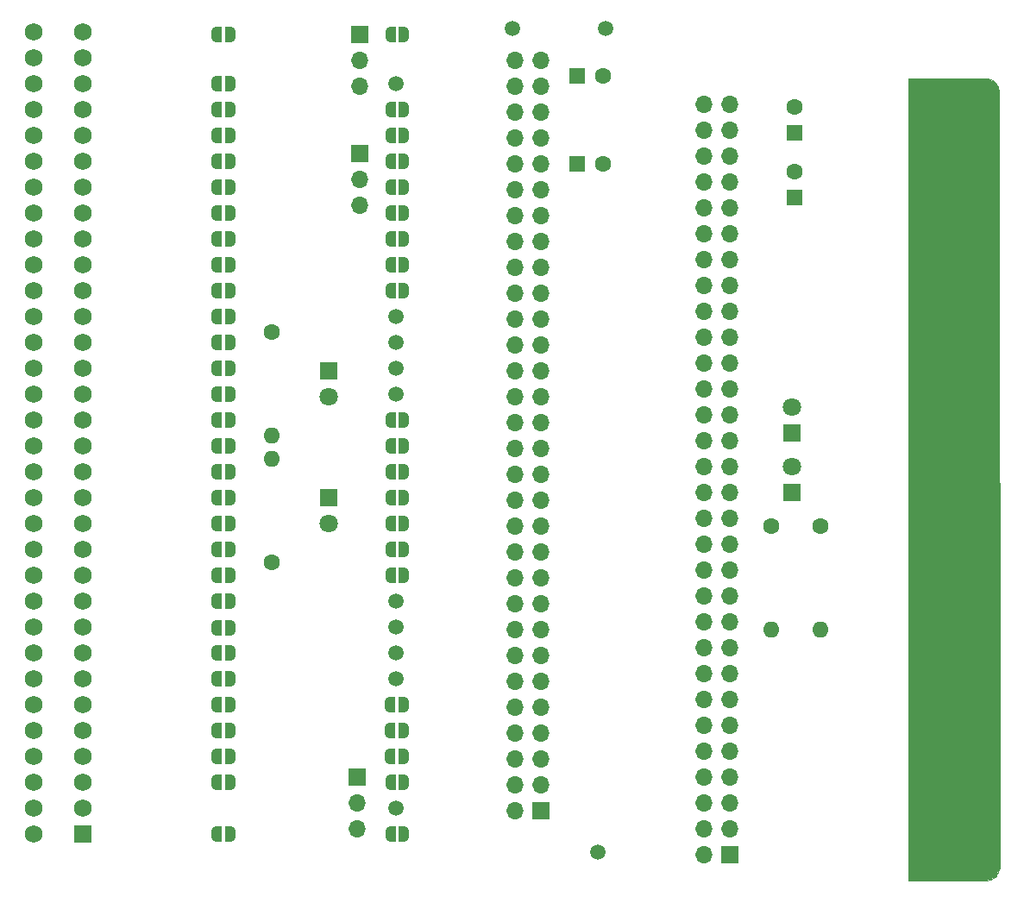
<source format=gbr>
%TF.GenerationSoftware,KiCad,Pcbnew,7.0.8*%
%TF.CreationDate,2023-12-05T21:31:03-08:00*%
%TF.ProjectId,Teradrive Mega CD Adapter,54657261-6472-4697-9665-204d65676120,1*%
%TF.SameCoordinates,Original*%
%TF.FileFunction,Soldermask,Top*%
%TF.FilePolarity,Negative*%
%FSLAX46Y46*%
G04 Gerber Fmt 4.6, Leading zero omitted, Abs format (unit mm)*
G04 Created by KiCad (PCBNEW 7.0.8) date 2023-12-05 21:31:03*
%MOMM*%
%LPD*%
G01*
G04 APERTURE LIST*
G04 Aperture macros list*
%AMRoundRect*
0 Rectangle with rounded corners*
0 $1 Rounding radius*
0 $2 $3 $4 $5 $6 $7 $8 $9 X,Y pos of 4 corners*
0 Add a 4 corners polygon primitive as box body*
4,1,4,$2,$3,$4,$5,$6,$7,$8,$9,$2,$3,0*
0 Add four circle primitives for the rounded corners*
1,1,$1+$1,$2,$3*
1,1,$1+$1,$4,$5*
1,1,$1+$1,$6,$7*
1,1,$1+$1,$8,$9*
0 Add four rect primitives between the rounded corners*
20,1,$1+$1,$2,$3,$4,$5,0*
20,1,$1+$1,$4,$5,$6,$7,0*
20,1,$1+$1,$6,$7,$8,$9,0*
20,1,$1+$1,$8,$9,$2,$3,0*%
%AMFreePoly0*
4,1,19,0.500000,-0.750000,0.000000,-0.750000,0.000000,-0.744911,-0.071157,-0.744911,-0.207708,-0.704816,-0.327430,-0.627875,-0.420627,-0.520320,-0.479746,-0.390866,-0.500000,-0.250000,-0.500000,0.250000,-0.479746,0.390866,-0.420627,0.520320,-0.327430,0.627875,-0.207708,0.704816,-0.071157,0.744911,0.000000,0.744911,0.000000,0.750000,0.500000,0.750000,0.500000,-0.750000,0.500000,-0.750000,
$1*%
%AMFreePoly1*
4,1,19,0.000000,0.744911,0.071157,0.744911,0.207708,0.704816,0.327430,0.627875,0.420627,0.520320,0.479746,0.390866,0.500000,0.250000,0.500000,-0.250000,0.479746,-0.390866,0.420627,-0.520320,0.327430,-0.627875,0.207708,-0.704816,0.071157,-0.744911,0.000000,-0.744911,0.000000,-0.750000,-0.500000,-0.750000,-0.500000,0.750000,0.000000,0.750000,0.000000,0.744911,0.000000,0.744911,
$1*%
G04 Aperture macros list end*
%ADD10C,0.100000*%
%ADD11FreePoly0,0.000000*%
%ADD12FreePoly1,0.000000*%
%ADD13C,1.500000*%
%ADD14R,1.700000X1.700000*%
%ADD15O,1.700000X1.700000*%
%ADD16C,1.600000*%
%ADD17O,1.600000X1.600000*%
%ADD18R,1.800000X1.800000*%
%ADD19C,1.800000*%
%ADD20R,1.600000X1.600000*%
%ADD21RoundRect,0.102000X0.765000X-0.765000X0.765000X0.765000X-0.765000X0.765000X-0.765000X-0.765000X0*%
%ADD22C,1.734000*%
G04 APERTURE END LIST*
D10*
%TO.C,J4*%
X157549224Y-149614394D02*
G75*
G03*
X158819224Y-148344394I806J1269194D01*
G01*
X158813500Y-72136000D02*
G75*
G03*
X157543500Y-70866000I-1269200J800D01*
G01*
X158441762Y-71237738D02*
X158813500Y-72136000D01*
X158819224Y-148344394D01*
X158447486Y-149242656D01*
X157549224Y-149614394D01*
X149923500Y-149606000D01*
X149923500Y-70866000D01*
X157543500Y-70866000D01*
X158441762Y-71237738D01*
G36*
X158441762Y-71237738D02*
G01*
X158813500Y-72136000D01*
X158819224Y-148344394D01*
X158447486Y-149242656D01*
X157549224Y-149614394D01*
X149923500Y-149606000D01*
X149923500Y-70866000D01*
X157543500Y-70866000D01*
X158441762Y-71237738D01*
G37*
%TD*%
D11*
%TO.C,JPA25*%
X99060000Y-84074000D03*
D12*
X100360000Y-84074000D03*
%TD*%
D13*
%TO.C,TPA8*%
X99568000Y-127254000D03*
%TD*%
D11*
%TO.C,JPA3*%
X99060000Y-139954000D03*
D12*
X100360000Y-139954000D03*
%TD*%
D11*
%TO.C,JPA6*%
X99030000Y-132334000D03*
D12*
X100330000Y-132334000D03*
%TD*%
D11*
%TO.C,JPA14*%
X99060000Y-112014000D03*
D12*
X100360000Y-112014000D03*
%TD*%
D11*
%TO.C,JPB20*%
X82012000Y-96774000D03*
D12*
X83312000Y-96774000D03*
%TD*%
D14*
%TO.C,J3*%
X132334000Y-147061000D03*
D15*
X132334000Y-144521000D03*
X132334000Y-141981000D03*
X132334000Y-139441000D03*
X132334000Y-136901000D03*
X132334000Y-134361000D03*
X132334000Y-131821000D03*
X132334000Y-129281000D03*
X132334000Y-126741000D03*
X132334000Y-124201000D03*
X132334000Y-121661000D03*
X132334000Y-119121000D03*
X132334000Y-116581000D03*
X132334000Y-114041000D03*
X132334000Y-111501000D03*
X132334000Y-108961000D03*
X132334000Y-106421000D03*
X132334000Y-103881000D03*
X132334000Y-101341000D03*
X132334000Y-98801000D03*
X132334000Y-96261000D03*
X132334000Y-93721000D03*
X132334000Y-91181000D03*
X132334000Y-88641000D03*
X132334000Y-86101000D03*
X132334000Y-83561000D03*
X132334000Y-81021000D03*
X132334000Y-78481000D03*
X132334000Y-75941000D03*
X132334000Y-73401000D03*
X129794000Y-147061000D03*
X129794000Y-144521000D03*
X129794000Y-141981000D03*
X129794000Y-139441000D03*
X129794000Y-136901000D03*
X129794000Y-134361000D03*
X129794000Y-131821000D03*
X129794000Y-129281000D03*
X129794000Y-126741000D03*
X129794000Y-124201000D03*
X129794000Y-121661000D03*
X129794000Y-119121000D03*
X129794000Y-116581000D03*
X129794000Y-114041000D03*
X129794000Y-111501000D03*
X129794000Y-108961000D03*
X129794000Y-106421000D03*
X129794000Y-103881000D03*
X129794000Y-101341000D03*
X129794000Y-98801000D03*
X129794000Y-96261000D03*
X129794000Y-93721000D03*
X129794000Y-91181000D03*
X129794000Y-88641000D03*
X129794000Y-86101000D03*
X129794000Y-83561000D03*
X129794000Y-81021000D03*
X129794000Y-78481000D03*
X129794000Y-75941000D03*
X129794000Y-73401000D03*
%TD*%
D11*
%TO.C,JPB29*%
X82012000Y-73914000D03*
D12*
X83312000Y-73914000D03*
%TD*%
D11*
%TO.C,JPB3*%
X82012000Y-139954000D03*
D12*
X83312000Y-139954000D03*
%TD*%
D11*
%TO.C,JPB30*%
X82012000Y-71374000D03*
D12*
X83312000Y-71374000D03*
%TD*%
D16*
%TO.C,R1*%
X87376000Y-118364000D03*
D17*
X87376000Y-108204000D03*
%TD*%
D11*
%TO.C,JPA11*%
X99060000Y-119634000D03*
D12*
X100360000Y-119634000D03*
%TD*%
D11*
%TO.C,JPA16*%
X99060000Y-106934000D03*
D12*
X100360000Y-106934000D03*
%TD*%
D11*
%TO.C,JPB32*%
X82012000Y-66548000D03*
D12*
X83312000Y-66548000D03*
%TD*%
D11*
%TO.C,JPB11*%
X82012000Y-119634000D03*
D12*
X83312000Y-119634000D03*
%TD*%
D11*
%TO.C,JPB10*%
X82012000Y-122174000D03*
D12*
X83312000Y-122174000D03*
%TD*%
D18*
%TO.C,D4*%
X138430000Y-105664000D03*
D19*
X138430000Y-103124000D03*
%TD*%
D18*
%TO.C,D2*%
X92964000Y-99563000D03*
D19*
X92964000Y-102103000D03*
%TD*%
D11*
%TO.C,JPA23*%
X99060000Y-89154000D03*
D12*
X100360000Y-89154000D03*
%TD*%
D11*
%TO.C,JPA26*%
X99060000Y-81534000D03*
D12*
X100360000Y-81534000D03*
%TD*%
D11*
%TO.C,JPA4*%
X99030000Y-137414000D03*
D12*
X100330000Y-137414000D03*
%TD*%
D13*
%TO.C,TPA2*%
X99568000Y-142494000D03*
%TD*%
%TO.C,TPA9*%
X99568000Y-124714000D03*
%TD*%
%TO.C,TPSL3*%
X111054971Y-65950900D03*
%TD*%
D11*
%TO.C,JPB6*%
X82012000Y-132334000D03*
D12*
X83312000Y-132334000D03*
%TD*%
D11*
%TO.C,JPB18*%
X82012000Y-101854000D03*
D12*
X83312000Y-101854000D03*
%TD*%
D14*
%TO.C,J1*%
X113792000Y-142743000D03*
D15*
X113792000Y-140203000D03*
X113792000Y-137663000D03*
X113792000Y-135123000D03*
X113792000Y-132583000D03*
X113792000Y-130043000D03*
X113792000Y-127503000D03*
X113792000Y-124963000D03*
X113792000Y-122423000D03*
X113792000Y-119883000D03*
X113792000Y-117343000D03*
X113792000Y-114803000D03*
X113792000Y-112263000D03*
X113792000Y-109723000D03*
X113792000Y-107183000D03*
X113792000Y-104643000D03*
X113792000Y-102103000D03*
X113792000Y-99563000D03*
X113792000Y-97023000D03*
X113792000Y-94483000D03*
X113792000Y-91943000D03*
X113792000Y-89403000D03*
X113792000Y-86863000D03*
X113792000Y-84323000D03*
X113792000Y-81783000D03*
X113792000Y-79243000D03*
X113792000Y-76703000D03*
X113792000Y-74163000D03*
X113792000Y-71623000D03*
X113792000Y-69083000D03*
X111252000Y-142743000D03*
X111252000Y-140203000D03*
X111252000Y-137663000D03*
X111252000Y-135123000D03*
X111252000Y-132583000D03*
X111252000Y-130043000D03*
X111252000Y-127503000D03*
X111252000Y-124963000D03*
X111252000Y-122423000D03*
X111252000Y-119883000D03*
X111252000Y-117343000D03*
X111252000Y-114803000D03*
X111252000Y-112263000D03*
X111252000Y-109723000D03*
X111252000Y-107183000D03*
X111252000Y-104643000D03*
X111252000Y-102103000D03*
X111252000Y-99563000D03*
X111252000Y-97023000D03*
X111252000Y-94483000D03*
X111252000Y-91943000D03*
X111252000Y-89403000D03*
X111252000Y-86863000D03*
X111252000Y-84323000D03*
X111252000Y-81783000D03*
X111252000Y-79243000D03*
X111252000Y-76703000D03*
X111252000Y-74163000D03*
X111252000Y-71623000D03*
X111252000Y-69083000D03*
%TD*%
D16*
%TO.C,R3*%
X136398000Y-114808000D03*
D17*
X136398000Y-124968000D03*
%TD*%
D11*
%TO.C,JPA12*%
X99060000Y-117094000D03*
D12*
X100360000Y-117094000D03*
%TD*%
D18*
%TO.C,D1*%
X92964000Y-112009000D03*
D19*
X92964000Y-114549000D03*
%TD*%
D11*
%TO.C,JPA32*%
X99060000Y-66548000D03*
D12*
X100360000Y-66548000D03*
%TD*%
D11*
%TO.C,JPB21*%
X82012000Y-94234000D03*
D12*
X83312000Y-94234000D03*
%TD*%
D11*
%TO.C,JPA29*%
X99060000Y-73914000D03*
D12*
X100360000Y-73914000D03*
%TD*%
D11*
%TO.C,JPB23*%
X82012000Y-89154000D03*
D12*
X83312000Y-89154000D03*
%TD*%
D11*
%TO.C,JPB28*%
X82012000Y-76454000D03*
D12*
X83312000Y-76454000D03*
%TD*%
D13*
%TO.C,TPA19*%
X99568000Y-99314000D03*
%TD*%
D11*
%TO.C,JPB13*%
X82012000Y-114554000D03*
D12*
X83312000Y-114554000D03*
%TD*%
D11*
%TO.C,JPA17*%
X99060000Y-104394000D03*
D12*
X100360000Y-104394000D03*
%TD*%
D11*
%TO.C,JPA1*%
X99060000Y-145034000D03*
D12*
X100360000Y-145034000D03*
%TD*%
D16*
%TO.C,R2*%
X87376000Y-95758000D03*
D17*
X87376000Y-105918000D03*
%TD*%
D11*
%TO.C,JPB1*%
X82012000Y-145034000D03*
D12*
X83312000Y-145034000D03*
%TD*%
D11*
%TO.C,JPB12*%
X82012000Y-117094000D03*
D12*
X83312000Y-117094000D03*
%TD*%
D11*
%TO.C,JPA27*%
X99060000Y-78994000D03*
D12*
X100360000Y-78994000D03*
%TD*%
D11*
%TO.C,JPB7*%
X82012000Y-129794000D03*
D12*
X83312000Y-129794000D03*
%TD*%
D18*
%TO.C,D3*%
X138430000Y-111516000D03*
D19*
X138430000Y-108976000D03*
%TD*%
D11*
%TO.C,JPB5*%
X82012000Y-134874000D03*
D12*
X83312000Y-134874000D03*
%TD*%
D11*
%TO.C,JPB9*%
X82012000Y-124737890D03*
D12*
X83312000Y-124737890D03*
%TD*%
D13*
%TO.C,TPA30*%
X99568000Y-71374000D03*
%TD*%
D11*
%TO.C,JPA5*%
X99030000Y-134874000D03*
D12*
X100330000Y-134874000D03*
%TD*%
D11*
%TO.C,JPB26*%
X82012000Y-81534000D03*
D12*
X83312000Y-81534000D03*
%TD*%
D11*
%TO.C,JPB16*%
X82012000Y-106934000D03*
D12*
X83312000Y-106934000D03*
%TD*%
D20*
%TO.C,C3*%
X138684000Y-82485113D03*
D16*
X138684000Y-79985113D03*
%TD*%
D11*
%TO.C,JPB8*%
X82012000Y-127254000D03*
D12*
X83312000Y-127254000D03*
%TD*%
D13*
%TO.C,TPSR3*%
X120198971Y-65950900D03*
%TD*%
D11*
%TO.C,JPB14*%
X82012000Y-112014000D03*
D12*
X83312000Y-112014000D03*
%TD*%
D20*
%TO.C,C4*%
X138684000Y-76135113D03*
D16*
X138684000Y-73635113D03*
%TD*%
D13*
%TO.C,TPA21*%
X99568000Y-94234000D03*
%TD*%
%TO.C,TP9V1*%
X119380000Y-146812000D03*
%TD*%
D11*
%TO.C,JPB22*%
X82012000Y-91694000D03*
D12*
X83312000Y-91694000D03*
%TD*%
D14*
%TO.C,JPB2*%
X95758000Y-139446000D03*
D15*
X95758000Y-141986000D03*
X95758000Y-144526000D03*
%TD*%
D11*
%TO.C,JPA15*%
X99060000Y-109474000D03*
D12*
X100360000Y-109474000D03*
%TD*%
D11*
%TO.C,JPB25*%
X82012000Y-84074000D03*
D12*
X83312000Y-84074000D03*
%TD*%
D13*
%TO.C,TPA7*%
X99568000Y-129794000D03*
%TD*%
%TO.C,TPA10*%
X99568000Y-122174000D03*
%TD*%
D11*
%TO.C,JPB15*%
X82012000Y-109474000D03*
D12*
X83312000Y-109474000D03*
%TD*%
D13*
%TO.C,TPA20*%
X99568000Y-96774000D03*
%TD*%
D11*
%TO.C,JPB17*%
X82012000Y-104394000D03*
D12*
X83312000Y-104394000D03*
%TD*%
D11*
%TO.C,JPB24*%
X82012000Y-86614000D03*
D12*
X83312000Y-86614000D03*
%TD*%
D11*
%TO.C,JPA24*%
X99060000Y-86614000D03*
D12*
X100360000Y-86614000D03*
%TD*%
D14*
%TO.C,JPA31*%
X96012000Y-66548000D03*
D15*
X96012000Y-69088000D03*
X96012000Y-71628000D03*
%TD*%
D11*
%TO.C,JPA22*%
X99060000Y-91694000D03*
D12*
X100360000Y-91694000D03*
%TD*%
D13*
%TO.C,TPA18*%
X99568000Y-101854000D03*
%TD*%
D16*
%TO.C,R4*%
X141224000Y-114808000D03*
D17*
X141224000Y-124968000D03*
%TD*%
D11*
%TO.C,JPA28*%
X99060000Y-76454000D03*
D12*
X100360000Y-76454000D03*
%TD*%
D11*
%TO.C,JPB4*%
X82012000Y-137414000D03*
D12*
X83312000Y-137414000D03*
%TD*%
D14*
%TO.C,JPB31*%
X96012000Y-78206560D03*
D15*
X96012000Y-80746560D03*
X96012000Y-83286560D03*
%TD*%
D11*
%TO.C,JPB27*%
X82012000Y-78994000D03*
D12*
X83312000Y-78994000D03*
%TD*%
D11*
%TO.C,JPA13*%
X99060000Y-114554000D03*
D12*
X100360000Y-114554000D03*
%TD*%
D11*
%TO.C,JPB19*%
X82012000Y-99314000D03*
D12*
X83312000Y-99314000D03*
%TD*%
D21*
%TO.C,J2*%
X68834000Y-145038000D03*
D22*
X68834000Y-142498000D03*
X68834000Y-139958000D03*
X68834000Y-137418000D03*
X68834000Y-134878000D03*
X68834000Y-132338000D03*
X68834000Y-129798000D03*
X68834000Y-127258000D03*
X68834000Y-124718000D03*
X68834000Y-122178000D03*
X68834000Y-119638000D03*
X68834000Y-117098000D03*
X68834000Y-114558000D03*
X68834000Y-112018000D03*
X68834000Y-109478000D03*
X68834000Y-106938000D03*
X68834000Y-104398000D03*
X68834000Y-101858000D03*
X68834000Y-99318000D03*
X68834000Y-96778000D03*
X68834000Y-94238000D03*
X68834000Y-91698000D03*
X68834000Y-89158000D03*
X68834000Y-86618000D03*
X68834000Y-84078000D03*
X68834000Y-81538000D03*
X68834000Y-78998000D03*
X68834000Y-76458000D03*
X68834000Y-73918000D03*
X68834000Y-71378000D03*
X68834000Y-68838000D03*
X68834000Y-66298000D03*
X63994000Y-145038000D03*
X63994000Y-142498000D03*
X63994000Y-139958000D03*
X63994000Y-137418000D03*
X63994000Y-134878000D03*
X63994000Y-132338000D03*
X63994000Y-129798000D03*
X63994000Y-127258000D03*
X63994000Y-124718000D03*
X63994000Y-122178000D03*
X63994000Y-119638000D03*
X63994000Y-117098000D03*
X63994000Y-114558000D03*
X63994000Y-112018000D03*
X63994000Y-109478000D03*
X63994000Y-106938000D03*
X63994000Y-104398000D03*
X63994000Y-101858000D03*
X63994000Y-99318000D03*
X63994000Y-96778000D03*
X63994000Y-94238000D03*
X63994000Y-91698000D03*
X63994000Y-89158000D03*
X63994000Y-86618000D03*
X63994000Y-84078000D03*
X63994000Y-81538000D03*
X63994000Y-78998000D03*
X63994000Y-76458000D03*
X63994000Y-73918000D03*
X63994000Y-71378000D03*
X63994000Y-68838000D03*
X63994000Y-66298000D03*
%TD*%
D20*
%TO.C,C2*%
X117388000Y-70612000D03*
D16*
X119888000Y-70612000D03*
%TD*%
D20*
%TO.C,C1*%
X117412887Y-79248000D03*
D16*
X119912887Y-79248000D03*
%TD*%
M02*

</source>
